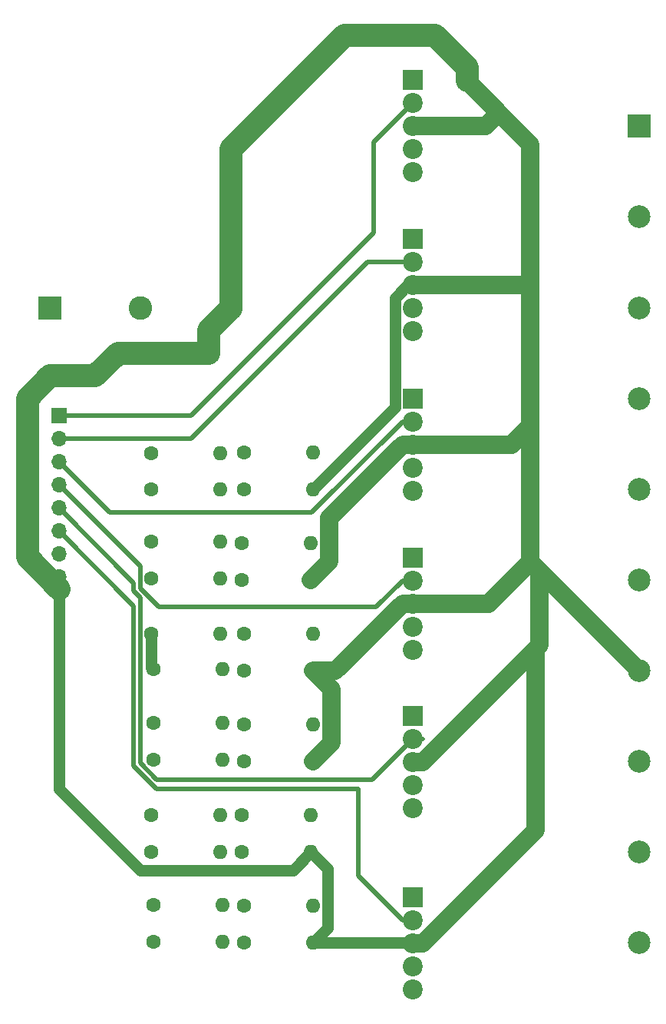
<source format=gbr>
G04 #@! TF.GenerationSoftware,KiCad,Pcbnew,7.0.8-7.0.8~ubuntu22.04.1*
G04 #@! TF.CreationDate,2024-10-17T18:38:32+09:00*
G04 #@! TF.ProjectId,NJW466617LEDDriver,4e4a5734-3636-4363-9137-4c4544447269,rev?*
G04 #@! TF.SameCoordinates,Original*
G04 #@! TF.FileFunction,Copper,L1,Top*
G04 #@! TF.FilePolarity,Positive*
%FSLAX46Y46*%
G04 Gerber Fmt 4.6, Leading zero omitted, Abs format (unit mm)*
G04 Created by KiCad (PCBNEW 7.0.8-7.0.8~ubuntu22.04.1) date 2024-10-17 18:38:32*
%MOMM*%
%LPD*%
G01*
G04 APERTURE LIST*
G04 #@! TA.AperFunction,ComponentPad*
%ADD10O,1.700000X1.700000*%
G04 #@! TD*
G04 #@! TA.AperFunction,ComponentPad*
%ADD11R,1.700000X1.700000*%
G04 #@! TD*
G04 #@! TA.AperFunction,ComponentPad*
%ADD12R,2.200000X2.200000*%
G04 #@! TD*
G04 #@! TA.AperFunction,ComponentPad*
%ADD13C,2.200000*%
G04 #@! TD*
G04 #@! TA.AperFunction,ComponentPad*
%ADD14O,1.600000X1.600000*%
G04 #@! TD*
G04 #@! TA.AperFunction,ComponentPad*
%ADD15C,1.600000*%
G04 #@! TD*
G04 #@! TA.AperFunction,ComponentPad*
%ADD16C,2.500000*%
G04 #@! TD*
G04 #@! TA.AperFunction,ComponentPad*
%ADD17R,2.500000X2.500000*%
G04 #@! TD*
G04 #@! TA.AperFunction,ComponentPad*
%ADD18R,2.600000X2.600000*%
G04 #@! TD*
G04 #@! TA.AperFunction,ComponentPad*
%ADD19C,2.600000*%
G04 #@! TD*
G04 #@! TA.AperFunction,Conductor*
%ADD20C,1.270000*%
G04 #@! TD*
G04 #@! TA.AperFunction,Conductor*
%ADD21C,2.540000*%
G04 #@! TD*
G04 #@! TA.AperFunction,Conductor*
%ADD22C,0.508000*%
G04 #@! TD*
G04 #@! TA.AperFunction,Conductor*
%ADD23C,2.032000*%
G04 #@! TD*
G04 APERTURE END LIST*
D10*
X117085600Y-90944800D03*
X117085600Y-88404800D03*
X117085600Y-85864800D03*
X117085600Y-83324800D03*
X117085600Y-80784800D03*
X117085600Y-78244800D03*
X117085600Y-75704800D03*
D11*
X117085600Y-73164800D03*
D12*
X156085600Y-126244800D03*
D13*
X156085600Y-128784800D03*
X156085600Y-131324800D03*
X156085600Y-133864800D03*
X156085600Y-136404800D03*
D12*
X156085600Y-106244800D03*
D13*
X156085600Y-108784800D03*
X156085600Y-111324800D03*
X156085600Y-113864800D03*
X156085600Y-116404800D03*
X156085600Y-98944800D03*
X156085600Y-96404800D03*
X156085600Y-93864800D03*
X156085600Y-91324800D03*
D12*
X156085600Y-88784800D03*
X156085600Y-71244800D03*
D13*
X156085600Y-73784800D03*
X156085600Y-76324800D03*
X156085600Y-78864800D03*
X156085600Y-81404800D03*
D12*
X156085600Y-53704800D03*
D13*
X156085600Y-56244800D03*
X156085600Y-58784800D03*
X156085600Y-61324800D03*
X156085600Y-63864800D03*
D12*
X156085600Y-36124800D03*
D13*
X156085600Y-38664800D03*
X156085600Y-41204800D03*
X156085600Y-43744800D03*
X156085600Y-46284800D03*
D14*
X145085600Y-131244800D03*
D15*
X137465600Y-131244800D03*
D14*
X145085600Y-127194800D03*
D15*
X137465600Y-127194800D03*
D14*
X135085600Y-131094800D03*
D15*
X127465600Y-131094800D03*
D14*
X135085600Y-127044800D03*
D15*
X127465600Y-127044800D03*
X137275600Y-121244800D03*
D14*
X144895600Y-121244800D03*
D15*
X137275600Y-117194800D03*
D14*
X144895600Y-117194800D03*
D15*
X127275600Y-121244800D03*
D14*
X134895600Y-121244800D03*
D15*
X127275600Y-117194800D03*
D14*
X134895600Y-117194800D03*
X145085600Y-111244800D03*
D15*
X137465600Y-111244800D03*
D14*
X145085600Y-107194800D03*
D15*
X137465600Y-107194800D03*
D14*
X135085600Y-111094800D03*
D15*
X127465600Y-111094800D03*
D14*
X135085600Y-107044800D03*
D15*
X127465600Y-107044800D03*
X137465600Y-101244800D03*
D14*
X145085600Y-101244800D03*
D15*
X137465600Y-97194800D03*
D14*
X145085600Y-97194800D03*
D15*
X127465600Y-101094800D03*
D14*
X135085600Y-101094800D03*
X134895600Y-97194800D03*
D15*
X127275600Y-97194800D03*
D14*
X144895600Y-91244800D03*
D15*
X137275600Y-91244800D03*
D14*
X144895600Y-87194800D03*
D15*
X137275600Y-87194800D03*
D14*
X134895600Y-91094800D03*
D15*
X127275600Y-91094800D03*
D14*
X134895600Y-87044800D03*
D15*
X127275600Y-87044800D03*
D14*
X145085600Y-81244800D03*
D15*
X137465600Y-81244800D03*
X137465600Y-77194800D03*
D14*
X145085600Y-77194800D03*
X134895600Y-81244800D03*
D15*
X127275600Y-81244800D03*
D14*
X134895600Y-77244800D03*
D15*
X127275600Y-77244800D03*
D16*
X181085600Y-131244800D03*
X181085600Y-121244800D03*
X181085600Y-111244800D03*
X181085600Y-101244800D03*
X181085600Y-91244800D03*
X181085600Y-81244800D03*
X181085600Y-71244800D03*
X181085600Y-61244800D03*
X181085600Y-51244800D03*
D17*
X181085600Y-41244800D03*
D18*
X116085600Y-61244800D03*
D19*
X126085600Y-61244800D03*
X136085600Y-61244800D03*
D20*
X127275600Y-97194800D02*
X127275600Y-100904800D01*
X127275600Y-100904800D02*
X127465600Y-101094800D01*
D21*
X136085600Y-61244800D02*
X136085600Y-43744800D01*
X136085600Y-43744800D02*
X148585600Y-31244800D01*
X148585600Y-31244800D02*
X158585600Y-31244800D01*
X158585600Y-31244800D02*
X162085600Y-34744800D01*
X162085600Y-34744800D02*
X162085600Y-36244800D01*
X136085600Y-61244800D02*
X133585600Y-63744800D01*
X133585600Y-63744800D02*
X133585600Y-66244800D01*
X133585600Y-66244800D02*
X123585600Y-66244800D01*
X123585600Y-66244800D02*
X121085600Y-68744800D01*
X121085600Y-68744800D02*
X116085600Y-68744800D01*
X116085600Y-68744800D02*
X113585600Y-71244800D01*
X113585600Y-71244800D02*
X113585600Y-88744800D01*
X113585600Y-88744800D02*
X117085600Y-92244800D01*
D22*
X156085600Y-38664800D02*
X156085600Y-38682904D01*
X156085600Y-38682904D02*
X151809600Y-42958904D01*
X151809600Y-42958904D02*
X151809600Y-53020800D01*
X151809600Y-53020800D02*
X131665600Y-73164800D01*
X131665600Y-73164800D02*
X117085600Y-73164800D01*
X117085600Y-75704800D02*
X131625600Y-75704800D01*
X131625600Y-75704800D02*
X151085600Y-56244800D01*
X151085600Y-56244800D02*
X156085600Y-56244800D01*
D20*
X117085600Y-90944800D02*
X117085600Y-92244800D01*
X117085600Y-92244800D02*
X117085600Y-114244800D01*
D23*
X162085600Y-36244800D02*
X165585600Y-39744800D01*
D20*
X117085600Y-114244800D02*
X126085600Y-123244800D01*
X126085600Y-123244800D02*
X142895600Y-123244800D01*
X142895600Y-123244800D02*
X144895600Y-121244800D01*
X145085600Y-131244800D02*
X156005600Y-131244800D01*
X156005600Y-131244800D02*
X156085600Y-131324800D01*
X144895600Y-121244800D02*
X146720600Y-123069800D01*
X146720600Y-129609800D02*
X145085600Y-131244800D01*
X146720600Y-123069800D02*
X146720600Y-129609800D01*
D23*
X145085600Y-101244800D02*
X147101600Y-103260800D01*
X147101600Y-103260800D02*
X147101600Y-109228800D01*
X147101600Y-109228800D02*
X145085600Y-111244800D01*
D22*
X154985600Y-91324800D02*
X156085600Y-91324800D01*
X128085600Y-94244800D02*
X152065600Y-94244800D01*
X126021600Y-92180800D02*
X128085600Y-94244800D01*
D23*
X154985600Y-93864800D02*
X147605600Y-101244800D01*
D22*
X152065600Y-94244800D02*
X154985600Y-91324800D01*
X117085600Y-80784800D02*
X126021600Y-89720800D01*
X126021600Y-89720800D02*
X126021600Y-92180800D01*
D23*
X156085600Y-93864800D02*
X154985600Y-93864800D01*
X147605600Y-101244800D02*
X145085600Y-101244800D01*
D22*
X154985600Y-73784800D02*
X156085600Y-73784800D01*
D23*
X146911600Y-84398800D02*
X146911600Y-89228800D01*
D22*
X144980494Y-83789906D02*
X154985600Y-73784800D01*
X117085600Y-78244800D02*
X122630706Y-83789906D01*
X122630706Y-83789906D02*
X144980494Y-83789906D01*
D23*
X156085600Y-76324800D02*
X154985600Y-76324800D01*
X154985600Y-76324800D02*
X146911600Y-84398800D01*
X146911600Y-89228800D02*
X144895600Y-91244800D01*
D20*
X145085600Y-81244800D02*
X154150600Y-72179800D01*
X154150600Y-60179800D02*
X155545600Y-58784800D01*
X154150600Y-72179800D02*
X154150600Y-60179800D01*
X155545600Y-58784800D02*
X156085600Y-58784800D01*
D22*
X151625600Y-113244800D02*
X156085600Y-108784800D01*
X126021600Y-111417109D02*
X127849291Y-113244800D01*
X126021600Y-93182064D02*
X126021600Y-111417109D01*
X125313600Y-92474064D02*
X126021600Y-93182064D01*
X127849291Y-113244800D02*
X151625600Y-113244800D01*
X125313600Y-91552800D02*
X125313600Y-92474064D01*
X117085600Y-83324800D02*
X125313600Y-91552800D01*
X154985600Y-128784800D02*
X156085600Y-128784800D01*
X117085600Y-85864800D02*
X125313600Y-94092800D01*
X125313600Y-94092800D02*
X125313600Y-111710373D01*
X150085600Y-123884800D02*
X154985600Y-128784800D01*
X125313600Y-111710373D02*
X127848027Y-114244800D01*
X127848027Y-114244800D02*
X150085600Y-114244800D01*
X150085600Y-114244800D02*
X150085600Y-123884800D01*
D23*
X165585600Y-39744800D02*
X169085600Y-43244800D01*
X169085600Y-43244800D02*
X169085600Y-58244800D01*
D22*
X157185600Y-108784800D02*
X156085600Y-108784800D01*
D23*
X169675600Y-98834800D02*
X170085600Y-98424800D01*
X157185600Y-111324800D02*
X169675600Y-98834800D01*
X169675600Y-98834800D02*
X169675600Y-118834800D01*
X169675600Y-118834800D02*
X157185600Y-131324800D01*
X157185600Y-131324800D02*
X156085600Y-131324800D01*
X169085600Y-89244800D02*
X170085600Y-90244800D01*
X170085600Y-90244800D02*
X181085600Y-101244800D01*
X156085600Y-111324800D02*
X157185600Y-111324800D01*
X170085600Y-98424800D02*
X170085600Y-90244800D01*
X156085600Y-93864800D02*
X164465600Y-93864800D01*
X164465600Y-93864800D02*
X169085600Y-89244800D01*
X169085600Y-58244800D02*
X169085600Y-74244800D01*
X169085600Y-74244800D02*
X169085600Y-89244800D01*
X156085600Y-76324800D02*
X167005600Y-76324800D01*
X167005600Y-76324800D02*
X169085600Y-74244800D01*
X156085600Y-58784800D02*
X168545600Y-58784800D01*
X168545600Y-58784800D02*
X169085600Y-58244800D01*
X165585600Y-39744800D02*
X164125600Y-41204800D01*
X164125600Y-41204800D02*
X156085600Y-41204800D01*
M02*

</source>
